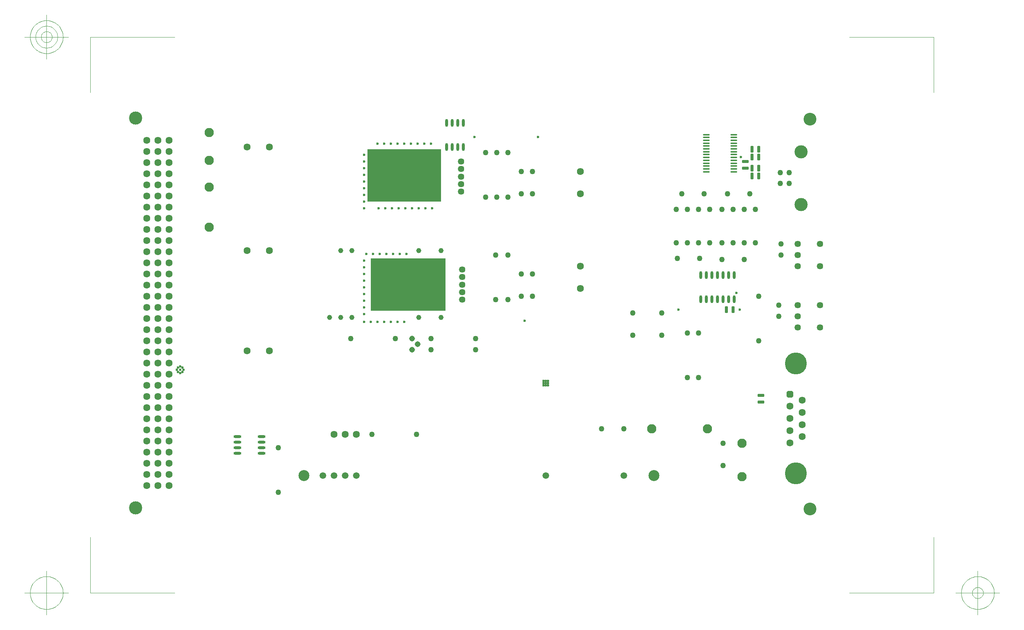
<source format=gbr>
G04 Generated by Ultiboard *
%FSLAX25Y25*%
%MOIN*%

%ADD10C,0.00004*%
%ADD11C,0.00394*%
%ADD12C,0.02362*%
%ADD13C,0.06334*%
%ADD14C,0.11834*%
%ADD15C,0.08334*%
%ADD16C,0.05000*%
%ADD17C,0.05906*%
%ADD18C,0.09843*%
%ADD19C,0.05166*%
%ADD20C,0.12030*%
%ADD21C,0.05731*%
%ADD22C,0.04550*%
%ADD23O,0.07000X0.02400*%
%ADD24O,0.02400X0.07000*%
%ADD25R,0.02667X0.02667*%
%ADD26C,0.03333*%
%ADD27C,0.19666*%
%ADD28C,0.11500*%
%ADD29R,0.04168X0.01084*%
%ADD30C,0.01666*%
%ADD31R,0.01084X0.04168*%
%ADD32C,0.04943*%
%ADD33C,0.11811*%
%ADD34O,0.05834X0.01500*%


%LNSolder Mask Top*%
%LPD*%
%FSLAX25Y25*%
%MOIN*%
G54D10*
G36*
X219000Y297000D02*
X219000Y344000D01*
X285000Y344000D01*
X285000Y297000D01*
X219000Y297000D01*
G37*
G36*
X222000Y199000D02*
X222000Y246000D01*
X289000Y246000D01*
X289000Y199000D01*
X222000Y199000D01*
G37*
G54D11*
X-29400Y-54400D02*
X-29400Y-4487D01*
X-29400Y-54400D02*
X46263Y-54400D01*
X727233Y-54400D02*
X651570Y-54400D01*
X727233Y-54400D02*
X727233Y-4487D01*
X727233Y444733D02*
X727233Y394820D01*
X727233Y444733D02*
X651570Y444733D01*
X-29400Y444733D02*
X46263Y444733D01*
X-29400Y444733D02*
X-29400Y394820D01*
X-49085Y-54400D02*
X-88455Y-54400D01*
X-68770Y-74085D02*
X-68770Y-34715D01*
X-54006Y-54400D02*
X-54077Y-52953D01*
X-54077Y-52953D02*
X-54290Y-51520D01*
X-54290Y-51520D02*
X-54642Y-50114D01*
X-54642Y-50114D02*
X-55130Y-48750D01*
X-55130Y-48750D02*
X-55750Y-47440D01*
X-55750Y-47440D02*
X-56494Y-46198D01*
X-56494Y-46198D02*
X-57358Y-45034D01*
X-57358Y-45034D02*
X-58331Y-43960D01*
X-58331Y-43960D02*
X-59404Y-42987D01*
X-59404Y-42987D02*
X-60568Y-42124D01*
X-60568Y-42124D02*
X-61810Y-41380D01*
X-61810Y-41380D02*
X-63120Y-40760D01*
X-63120Y-40760D02*
X-64484Y-40272D01*
X-64484Y-40272D02*
X-65890Y-39920D01*
X-65890Y-39920D02*
X-67323Y-39707D01*
X-67323Y-39707D02*
X-68770Y-39636D01*
X-68770Y-39636D02*
X-70217Y-39707D01*
X-70217Y-39707D02*
X-71650Y-39920D01*
X-71650Y-39920D02*
X-73056Y-40272D01*
X-73056Y-40272D02*
X-74420Y-40760D01*
X-74420Y-40760D02*
X-75730Y-41380D01*
X-75730Y-41380D02*
X-76972Y-42124D01*
X-76972Y-42124D02*
X-78136Y-42987D01*
X-78136Y-42987D02*
X-79210Y-43960D01*
X-79210Y-43960D02*
X-80183Y-45034D01*
X-80183Y-45034D02*
X-81046Y-46198D01*
X-81046Y-46198D02*
X-81791Y-47440D01*
X-81791Y-47440D02*
X-82410Y-48750D01*
X-82410Y-48750D02*
X-82898Y-50114D01*
X-82898Y-50114D02*
X-83250Y-51520D01*
X-83250Y-51520D02*
X-83463Y-52953D01*
X-83463Y-52953D02*
X-83534Y-54400D01*
X-83534Y-54400D02*
X-83463Y-55847D01*
X-83463Y-55847D02*
X-83250Y-57280D01*
X-83250Y-57280D02*
X-82898Y-58686D01*
X-82898Y-58686D02*
X-82410Y-60050D01*
X-82410Y-60050D02*
X-81791Y-61360D01*
X-81791Y-61360D02*
X-81046Y-62602D01*
X-81046Y-62602D02*
X-80183Y-63766D01*
X-80183Y-63766D02*
X-79210Y-64840D01*
X-79210Y-64840D02*
X-78136Y-65813D01*
X-78136Y-65813D02*
X-76972Y-66676D01*
X-76972Y-66676D02*
X-75730Y-67420D01*
X-75730Y-67420D02*
X-74420Y-68040D01*
X-74420Y-68040D02*
X-73056Y-68528D01*
X-73056Y-68528D02*
X-71650Y-68880D01*
X-71650Y-68880D02*
X-70217Y-69093D01*
X-70217Y-69093D02*
X-68770Y-69164D01*
X-68770Y-69164D02*
X-67323Y-69093D01*
X-67323Y-69093D02*
X-65890Y-68880D01*
X-65890Y-68880D02*
X-64484Y-68528D01*
X-64484Y-68528D02*
X-63120Y-68040D01*
X-63120Y-68040D02*
X-61810Y-67420D01*
X-61810Y-67420D02*
X-60568Y-66676D01*
X-60568Y-66676D02*
X-59404Y-65813D01*
X-59404Y-65813D02*
X-58331Y-64840D01*
X-58331Y-64840D02*
X-57358Y-63766D01*
X-57358Y-63766D02*
X-56494Y-62602D01*
X-56494Y-62602D02*
X-55750Y-61360D01*
X-55750Y-61360D02*
X-55130Y-60050D01*
X-55130Y-60050D02*
X-54642Y-58686D01*
X-54642Y-58686D02*
X-54290Y-57280D01*
X-54290Y-57280D02*
X-54077Y-55847D01*
X-54077Y-55847D02*
X-54006Y-54400D01*
X746918Y-54400D02*
X786288Y-54400D01*
X766603Y-74085D02*
X766603Y-34715D01*
X781367Y-54400D02*
X781296Y-52953D01*
X781296Y-52953D02*
X781084Y-51520D01*
X781084Y-51520D02*
X780731Y-50114D01*
X780731Y-50114D02*
X780243Y-48750D01*
X780243Y-48750D02*
X779624Y-47440D01*
X779624Y-47440D02*
X778879Y-46198D01*
X778879Y-46198D02*
X778016Y-45034D01*
X778016Y-45034D02*
X777043Y-43960D01*
X777043Y-43960D02*
X775969Y-42987D01*
X775969Y-42987D02*
X774806Y-42124D01*
X774806Y-42124D02*
X773563Y-41380D01*
X773563Y-41380D02*
X772253Y-40760D01*
X772253Y-40760D02*
X770889Y-40272D01*
X770889Y-40272D02*
X769484Y-39920D01*
X769484Y-39920D02*
X768051Y-39707D01*
X768051Y-39707D02*
X766603Y-39636D01*
X766603Y-39636D02*
X765156Y-39707D01*
X765156Y-39707D02*
X763723Y-39920D01*
X763723Y-39920D02*
X762318Y-40272D01*
X762318Y-40272D02*
X760954Y-40760D01*
X760954Y-40760D02*
X759644Y-41380D01*
X759644Y-41380D02*
X758401Y-42124D01*
X758401Y-42124D02*
X757237Y-42987D01*
X757237Y-42987D02*
X756164Y-43960D01*
X756164Y-43960D02*
X755191Y-45034D01*
X755191Y-45034D02*
X754328Y-46198D01*
X754328Y-46198D02*
X753583Y-47440D01*
X753583Y-47440D02*
X752963Y-48750D01*
X752963Y-48750D02*
X752475Y-50114D01*
X752475Y-50114D02*
X752123Y-51520D01*
X752123Y-51520D02*
X751911Y-52953D01*
X751911Y-52953D02*
X751840Y-54400D01*
X751840Y-54400D02*
X751911Y-55847D01*
X751911Y-55847D02*
X752123Y-57280D01*
X752123Y-57280D02*
X752475Y-58686D01*
X752475Y-58686D02*
X752963Y-60050D01*
X752963Y-60050D02*
X753583Y-61360D01*
X753583Y-61360D02*
X754328Y-62602D01*
X754328Y-62602D02*
X755191Y-63766D01*
X755191Y-63766D02*
X756164Y-64840D01*
X756164Y-64840D02*
X757237Y-65813D01*
X757237Y-65813D02*
X758401Y-66676D01*
X758401Y-66676D02*
X759644Y-67420D01*
X759644Y-67420D02*
X760954Y-68040D01*
X760954Y-68040D02*
X762318Y-68528D01*
X762318Y-68528D02*
X763723Y-68880D01*
X763723Y-68880D02*
X765156Y-69093D01*
X765156Y-69093D02*
X766603Y-69164D01*
X766603Y-69164D02*
X768051Y-69093D01*
X768051Y-69093D02*
X769484Y-68880D01*
X769484Y-68880D02*
X770889Y-68528D01*
X770889Y-68528D02*
X772253Y-68040D01*
X772253Y-68040D02*
X773563Y-67420D01*
X773563Y-67420D02*
X774806Y-66676D01*
X774806Y-66676D02*
X775969Y-65813D01*
X775969Y-65813D02*
X777043Y-64840D01*
X777043Y-64840D02*
X778016Y-63766D01*
X778016Y-63766D02*
X778879Y-62602D01*
X778879Y-62602D02*
X779624Y-61360D01*
X779624Y-61360D02*
X780243Y-60050D01*
X780243Y-60050D02*
X780731Y-58686D01*
X780731Y-58686D02*
X781084Y-57280D01*
X781084Y-57280D02*
X781296Y-55847D01*
X781296Y-55847D02*
X781367Y-54400D01*
X771525Y-54400D02*
X771501Y-53918D01*
X771501Y-53918D02*
X771430Y-53440D01*
X771430Y-53440D02*
X771313Y-52971D01*
X771313Y-52971D02*
X771150Y-52517D01*
X771150Y-52517D02*
X770944Y-52080D01*
X770944Y-52080D02*
X770695Y-51666D01*
X770695Y-51666D02*
X770408Y-51278D01*
X770408Y-51278D02*
X770083Y-50920D01*
X770083Y-50920D02*
X769725Y-50596D01*
X769725Y-50596D02*
X769338Y-50308D01*
X769338Y-50308D02*
X768923Y-50060D01*
X768923Y-50060D02*
X768487Y-49853D01*
X768487Y-49853D02*
X768032Y-49691D01*
X768032Y-49691D02*
X767564Y-49573D01*
X767564Y-49573D02*
X767086Y-49502D01*
X767086Y-49502D02*
X766603Y-49479D01*
X766603Y-49479D02*
X766121Y-49502D01*
X766121Y-49502D02*
X765643Y-49573D01*
X765643Y-49573D02*
X765175Y-49691D01*
X765175Y-49691D02*
X764720Y-49853D01*
X764720Y-49853D02*
X764284Y-50060D01*
X764284Y-50060D02*
X763869Y-50308D01*
X763869Y-50308D02*
X763481Y-50596D01*
X763481Y-50596D02*
X763124Y-50920D01*
X763124Y-50920D02*
X762799Y-51278D01*
X762799Y-51278D02*
X762512Y-51666D01*
X762512Y-51666D02*
X762263Y-52080D01*
X762263Y-52080D02*
X762057Y-52517D01*
X762057Y-52517D02*
X761894Y-52971D01*
X761894Y-52971D02*
X761777Y-53440D01*
X761777Y-53440D02*
X761706Y-53918D01*
X761706Y-53918D02*
X761682Y-54400D01*
X761682Y-54400D02*
X761706Y-54882D01*
X761706Y-54882D02*
X761777Y-55360D01*
X761777Y-55360D02*
X761894Y-55829D01*
X761894Y-55829D02*
X762057Y-56283D01*
X762057Y-56283D02*
X762263Y-56720D01*
X762263Y-56720D02*
X762512Y-57134D01*
X762512Y-57134D02*
X762799Y-57522D01*
X762799Y-57522D02*
X763124Y-57880D01*
X763124Y-57880D02*
X763481Y-58204D01*
X763481Y-58204D02*
X763869Y-58492D01*
X763869Y-58492D02*
X764284Y-58740D01*
X764284Y-58740D02*
X764720Y-58947D01*
X764720Y-58947D02*
X765175Y-59109D01*
X765175Y-59109D02*
X765643Y-59227D01*
X765643Y-59227D02*
X766121Y-59298D01*
X766121Y-59298D02*
X766603Y-59321D01*
X766603Y-59321D02*
X767086Y-59298D01*
X767086Y-59298D02*
X767564Y-59227D01*
X767564Y-59227D02*
X768032Y-59109D01*
X768032Y-59109D02*
X768487Y-58947D01*
X768487Y-58947D02*
X768923Y-58740D01*
X768923Y-58740D02*
X769338Y-58492D01*
X769338Y-58492D02*
X769725Y-58204D01*
X769725Y-58204D02*
X770083Y-57880D01*
X770083Y-57880D02*
X770408Y-57522D01*
X770408Y-57522D02*
X770695Y-57134D01*
X770695Y-57134D02*
X770944Y-56720D01*
X770944Y-56720D02*
X771150Y-56283D01*
X771150Y-56283D02*
X771313Y-55829D01*
X771313Y-55829D02*
X771430Y-55360D01*
X771430Y-55360D02*
X771501Y-54882D01*
X771501Y-54882D02*
X771525Y-54400D01*
X-49085Y444733D02*
X-88455Y444733D01*
X-68770Y425048D02*
X-68770Y464418D01*
X-54006Y444733D02*
X-54077Y446180D01*
X-54077Y446180D02*
X-54290Y447614D01*
X-54290Y447614D02*
X-54642Y449019D01*
X-54642Y449019D02*
X-55130Y450383D01*
X-55130Y450383D02*
X-55750Y451693D01*
X-55750Y451693D02*
X-56494Y452936D01*
X-56494Y452936D02*
X-57358Y454099D01*
X-57358Y454099D02*
X-58331Y455173D01*
X-58331Y455173D02*
X-59404Y456146D01*
X-59404Y456146D02*
X-60568Y457009D01*
X-60568Y457009D02*
X-61810Y457754D01*
X-61810Y457754D02*
X-63120Y458373D01*
X-63120Y458373D02*
X-64484Y458861D01*
X-64484Y458861D02*
X-65890Y459213D01*
X-65890Y459213D02*
X-67323Y459426D01*
X-67323Y459426D02*
X-68770Y459497D01*
X-68770Y459497D02*
X-70217Y459426D01*
X-70217Y459426D02*
X-71650Y459213D01*
X-71650Y459213D02*
X-73056Y458861D01*
X-73056Y458861D02*
X-74420Y458373D01*
X-74420Y458373D02*
X-75730Y457754D01*
X-75730Y457754D02*
X-76972Y457009D01*
X-76972Y457009D02*
X-78136Y456146D01*
X-78136Y456146D02*
X-79210Y455173D01*
X-79210Y455173D02*
X-80183Y454099D01*
X-80183Y454099D02*
X-81046Y452936D01*
X-81046Y452936D02*
X-81791Y451693D01*
X-81791Y451693D02*
X-82410Y450383D01*
X-82410Y450383D02*
X-82898Y449019D01*
X-82898Y449019D02*
X-83250Y447614D01*
X-83250Y447614D02*
X-83463Y446180D01*
X-83463Y446180D02*
X-83534Y444733D01*
X-83534Y444733D02*
X-83463Y443286D01*
X-83463Y443286D02*
X-83250Y441853D01*
X-83250Y441853D02*
X-82898Y440448D01*
X-82898Y440448D02*
X-82410Y439083D01*
X-82410Y439083D02*
X-81791Y437774D01*
X-81791Y437774D02*
X-81046Y436531D01*
X-81046Y436531D02*
X-80183Y435367D01*
X-80183Y435367D02*
X-79210Y434294D01*
X-79210Y434294D02*
X-78136Y433321D01*
X-78136Y433321D02*
X-76972Y432458D01*
X-76972Y432458D02*
X-75730Y431713D01*
X-75730Y431713D02*
X-74420Y431093D01*
X-74420Y431093D02*
X-73056Y430605D01*
X-73056Y430605D02*
X-71650Y430253D01*
X-71650Y430253D02*
X-70217Y430041D01*
X-70217Y430041D02*
X-68770Y429970D01*
X-68770Y429970D02*
X-67323Y430041D01*
X-67323Y430041D02*
X-65890Y430253D01*
X-65890Y430253D02*
X-64484Y430605D01*
X-64484Y430605D02*
X-63120Y431093D01*
X-63120Y431093D02*
X-61810Y431713D01*
X-61810Y431713D02*
X-60568Y432458D01*
X-60568Y432458D02*
X-59404Y433321D01*
X-59404Y433321D02*
X-58331Y434294D01*
X-58331Y434294D02*
X-57358Y435367D01*
X-57358Y435367D02*
X-56494Y436531D01*
X-56494Y436531D02*
X-55750Y437774D01*
X-55750Y437774D02*
X-55130Y439083D01*
X-55130Y439083D02*
X-54642Y440448D01*
X-54642Y440448D02*
X-54290Y441853D01*
X-54290Y441853D02*
X-54077Y443286D01*
X-54077Y443286D02*
X-54006Y444733D01*
X-58928Y444733D02*
X-58975Y445698D01*
X-58975Y445698D02*
X-59117Y446654D01*
X-59117Y446654D02*
X-59351Y447590D01*
X-59351Y447590D02*
X-59677Y448500D01*
X-59677Y448500D02*
X-60090Y449373D01*
X-60090Y449373D02*
X-60586Y450202D01*
X-60586Y450202D02*
X-61162Y450977D01*
X-61162Y450977D02*
X-61810Y451693D01*
X-61810Y451693D02*
X-62526Y452342D01*
X-62526Y452342D02*
X-63302Y452917D01*
X-63302Y452917D02*
X-64130Y453414D01*
X-64130Y453414D02*
X-65004Y453827D01*
X-65004Y453827D02*
X-65913Y454152D01*
X-65913Y454152D02*
X-66850Y454387D01*
X-66850Y454387D02*
X-67805Y454528D01*
X-67805Y454528D02*
X-68770Y454576D01*
X-68770Y454576D02*
X-69735Y454528D01*
X-69735Y454528D02*
X-70690Y454387D01*
X-70690Y454387D02*
X-71627Y454152D01*
X-71627Y454152D02*
X-72537Y453827D01*
X-72537Y453827D02*
X-73410Y453414D01*
X-73410Y453414D02*
X-74238Y452917D01*
X-74238Y452917D02*
X-75014Y452342D01*
X-75014Y452342D02*
X-75730Y451693D01*
X-75730Y451693D02*
X-76378Y450977D01*
X-76378Y450977D02*
X-76954Y450202D01*
X-76954Y450202D02*
X-77450Y449373D01*
X-77450Y449373D02*
X-77863Y448500D01*
X-77863Y448500D02*
X-78189Y447590D01*
X-78189Y447590D02*
X-78423Y446654D01*
X-78423Y446654D02*
X-78565Y445698D01*
X-78565Y445698D02*
X-78613Y444733D01*
X-78613Y444733D02*
X-78565Y443769D01*
X-78565Y443769D02*
X-78423Y442813D01*
X-78423Y442813D02*
X-78189Y441876D01*
X-78189Y441876D02*
X-77863Y440967D01*
X-77863Y440967D02*
X-77450Y440094D01*
X-77450Y440094D02*
X-76954Y439265D01*
X-76954Y439265D02*
X-76378Y438489D01*
X-76378Y438489D02*
X-75730Y437774D01*
X-75730Y437774D02*
X-75014Y437125D01*
X-75014Y437125D02*
X-74238Y436550D01*
X-74238Y436550D02*
X-73410Y436053D01*
X-73410Y436053D02*
X-72537Y435640D01*
X-72537Y435640D02*
X-71627Y435315D01*
X-71627Y435315D02*
X-70690Y435080D01*
X-70690Y435080D02*
X-69735Y434938D01*
X-69735Y434938D02*
X-68770Y434891D01*
X-68770Y434891D02*
X-67805Y434938D01*
X-67805Y434938D02*
X-66850Y435080D01*
X-66850Y435080D02*
X-65913Y435315D01*
X-65913Y435315D02*
X-65004Y435640D01*
X-65004Y435640D02*
X-64130Y436053D01*
X-64130Y436053D02*
X-63302Y436550D01*
X-63302Y436550D02*
X-62526Y437125D01*
X-62526Y437125D02*
X-61810Y437774D01*
X-61810Y437774D02*
X-61162Y438489D01*
X-61162Y438489D02*
X-60586Y439265D01*
X-60586Y439265D02*
X-60090Y440094D01*
X-60090Y440094D02*
X-59677Y440967D01*
X-59677Y440967D02*
X-59351Y441876D01*
X-59351Y441876D02*
X-59117Y442813D01*
X-59117Y442813D02*
X-58975Y443769D01*
X-58975Y443769D02*
X-58928Y444733D01*
X-63849Y444733D02*
X-63873Y445216D01*
X-63873Y445216D02*
X-63943Y445693D01*
X-63943Y445693D02*
X-64061Y446162D01*
X-64061Y446162D02*
X-64223Y446617D01*
X-64223Y446617D02*
X-64430Y447053D01*
X-64430Y447053D02*
X-64678Y447467D01*
X-64678Y447467D02*
X-64966Y447855D01*
X-64966Y447855D02*
X-65290Y448213D01*
X-65290Y448213D02*
X-65648Y448538D01*
X-65648Y448538D02*
X-66036Y448825D01*
X-66036Y448825D02*
X-66450Y449073D01*
X-66450Y449073D02*
X-66887Y449280D01*
X-66887Y449280D02*
X-67342Y449443D01*
X-67342Y449443D02*
X-67810Y449560D01*
X-67810Y449560D02*
X-68288Y449631D01*
X-68288Y449631D02*
X-68770Y449655D01*
X-68770Y449655D02*
X-69252Y449631D01*
X-69252Y449631D02*
X-69730Y449560D01*
X-69730Y449560D02*
X-70199Y449443D01*
X-70199Y449443D02*
X-70653Y449280D01*
X-70653Y449280D02*
X-71090Y449073D01*
X-71090Y449073D02*
X-71504Y448825D01*
X-71504Y448825D02*
X-71892Y448538D01*
X-71892Y448538D02*
X-72250Y448213D01*
X-72250Y448213D02*
X-72574Y447855D01*
X-72574Y447855D02*
X-72862Y447467D01*
X-72862Y447467D02*
X-73110Y447053D01*
X-73110Y447053D02*
X-73317Y446617D01*
X-73317Y446617D02*
X-73479Y446162D01*
X-73479Y446162D02*
X-73597Y445693D01*
X-73597Y445693D02*
X-73668Y445216D01*
X-73668Y445216D02*
X-73691Y444733D01*
X-73691Y444733D02*
X-73668Y444251D01*
X-73668Y444251D02*
X-73597Y443773D01*
X-73597Y443773D02*
X-73479Y443305D01*
X-73479Y443305D02*
X-73317Y442850D01*
X-73317Y442850D02*
X-73110Y442413D01*
X-73110Y442413D02*
X-72862Y441999D01*
X-72862Y441999D02*
X-72574Y441611D01*
X-72574Y441611D02*
X-72250Y441253D01*
X-72250Y441253D02*
X-71892Y440929D01*
X-71892Y440929D02*
X-71504Y440641D01*
X-71504Y440641D02*
X-71090Y440393D01*
X-71090Y440393D02*
X-70653Y440187D01*
X-70653Y440187D02*
X-70199Y440024D01*
X-70199Y440024D02*
X-69730Y439907D01*
X-69730Y439907D02*
X-69252Y439836D01*
X-69252Y439836D02*
X-68770Y439812D01*
X-68770Y439812D02*
X-68288Y439836D01*
X-68288Y439836D02*
X-67810Y439907D01*
X-67810Y439907D02*
X-67342Y440024D01*
X-67342Y440024D02*
X-66887Y440187D01*
X-66887Y440187D02*
X-66450Y440393D01*
X-66450Y440393D02*
X-66036Y440641D01*
X-66036Y440641D02*
X-65648Y440929D01*
X-65648Y440929D02*
X-65290Y441253D01*
X-65290Y441253D02*
X-64966Y441611D01*
X-64966Y441611D02*
X-64678Y441999D01*
X-64678Y441999D02*
X-64430Y442413D01*
X-64430Y442413D02*
X-64223Y442850D01*
X-64223Y442850D02*
X-64061Y443305D01*
X-64061Y443305D02*
X-63943Y443773D01*
X-63943Y443773D02*
X-63873Y444251D01*
X-63873Y444251D02*
X-63849Y444733D01*
G54D12*
X253000Y291000D03*
X252000Y349000D03*
X252000Y189000D03*
X218000Y250000D03*
X248000Y250000D03*
X230000Y250000D03*
X224000Y250000D03*
X242000Y250000D03*
X236000Y250000D03*
X49000Y148000D03*
X49000Y144000D03*
X48000Y146000D03*
X51000Y143000D03*
X53000Y148000D03*
X53000Y144000D03*
X51000Y146000D03*
X51000Y149000D03*
X54000Y146000D03*
X216000Y189000D03*
X246000Y189000D03*
X240000Y189000D03*
X234000Y189000D03*
X228000Y189000D03*
X222000Y189000D03*
X216000Y220000D03*
X216000Y202000D03*
X216000Y196000D03*
X216000Y214000D03*
X216000Y208000D03*
X216000Y238000D03*
X216000Y232000D03*
X216000Y226000D03*
X216000Y244000D03*
X216000Y315000D03*
X216000Y297000D03*
X216000Y291000D03*
X216000Y303000D03*
X216000Y309000D03*
X235000Y291000D03*
X229000Y291000D03*
X247000Y291000D03*
X241000Y291000D03*
X216000Y321000D03*
X216000Y327000D03*
X216000Y333000D03*
X216000Y339000D03*
X234000Y349000D03*
X228000Y349000D03*
X240000Y349000D03*
X246000Y349000D03*
X254000Y250000D03*
X379000Y134000D03*
X377000Y134000D03*
X379000Y132000D03*
X379000Y136000D03*
X377000Y136000D03*
X377000Y132000D03*
X360000Y190000D03*
X381000Y134000D03*
X381000Y132000D03*
X381000Y136000D03*
X498000Y200000D03*
X315000Y355000D03*
X265000Y291000D03*
X259000Y291000D03*
X271000Y291000D03*
X277000Y291000D03*
X264000Y349000D03*
X258000Y349000D03*
X270000Y349000D03*
X276000Y349000D03*
X372000Y355000D03*
X550000Y215000D03*
X553000Y200000D03*
X554000Y337000D03*
G54D13*
X21000Y252000D03*
X31000Y252000D03*
X41000Y252000D03*
X41000Y122000D03*
X21000Y122000D03*
X31000Y122000D03*
X21000Y62000D03*
X31000Y62000D03*
X41000Y62000D03*
X31000Y52000D03*
X31000Y42000D03*
X21000Y42000D03*
X21000Y52000D03*
X41000Y42000D03*
X41000Y52000D03*
X31000Y102000D03*
X31000Y92000D03*
X31000Y112000D03*
X31000Y72000D03*
X31000Y82000D03*
X21000Y92000D03*
X21000Y82000D03*
X21000Y72000D03*
X21000Y112000D03*
X21000Y102000D03*
X41000Y92000D03*
X41000Y82000D03*
X41000Y72000D03*
X41000Y112000D03*
X41000Y102000D03*
X21000Y192000D03*
X31000Y192000D03*
X41000Y192000D03*
X31000Y132000D03*
X31000Y142000D03*
X31000Y162000D03*
X31000Y152000D03*
X31000Y172000D03*
X31000Y182000D03*
X21000Y142000D03*
X21000Y132000D03*
X21000Y152000D03*
X21000Y172000D03*
X21000Y162000D03*
X21000Y182000D03*
X41000Y142000D03*
X41000Y132000D03*
X41000Y152000D03*
X41000Y172000D03*
X41000Y162000D03*
X41000Y182000D03*
X31000Y232000D03*
X31000Y222000D03*
X31000Y202000D03*
X31000Y212000D03*
X31000Y242000D03*
X21000Y222000D03*
X21000Y202000D03*
X21000Y212000D03*
X21000Y232000D03*
X21000Y242000D03*
X41000Y222000D03*
X41000Y202000D03*
X41000Y212000D03*
X41000Y232000D03*
X41000Y242000D03*
X21000Y312000D03*
X41000Y312000D03*
X31000Y312000D03*
X31000Y262000D03*
X31000Y282000D03*
X31000Y272000D03*
X31000Y302000D03*
X31000Y292000D03*
X21000Y282000D03*
X21000Y262000D03*
X21000Y272000D03*
X21000Y302000D03*
X21000Y292000D03*
X41000Y282000D03*
X41000Y262000D03*
X41000Y272000D03*
X41000Y302000D03*
X41000Y292000D03*
X31000Y352000D03*
X31000Y332000D03*
X31000Y322000D03*
X31000Y342000D03*
X21000Y332000D03*
X21000Y322000D03*
X21000Y342000D03*
X21000Y352000D03*
X41000Y332000D03*
X41000Y322000D03*
X41000Y342000D03*
X41000Y352000D03*
X111000Y253000D03*
X131000Y253000D03*
X111000Y163000D03*
X131000Y163000D03*
X189000Y88000D03*
X199000Y88000D03*
X209000Y88000D03*
X111000Y346000D03*
X131000Y346000D03*
X410000Y219000D03*
X410000Y239000D03*
X410000Y304000D03*
X410000Y324000D03*
X598000Y113083D03*
X598000Y102167D03*
X598000Y80333D03*
X598000Y91250D03*
X609167Y96667D03*
X609167Y85750D03*
X609167Y107583D03*
X609167Y118500D03*
G54D14*
X11000Y22000D03*
X11000Y372000D03*
G54D15*
X474000Y93000D03*
X524000Y93000D03*
X77000Y310000D03*
X77000Y274000D03*
X77000Y334000D03*
X77000Y359000D03*
X555000Y80000D03*
X555000Y50000D03*
G54D16*
X506000Y260000D03*
X506000Y290000D03*
X496000Y260000D03*
X496000Y290000D03*
X516000Y260000D03*
X526000Y260000D03*
X516000Y290000D03*
X526000Y290000D03*
X501000Y304000D03*
X521000Y304000D03*
X497000Y246000D03*
X517000Y246000D03*
X506000Y139000D03*
X506000Y179000D03*
X223000Y88000D03*
X263000Y88000D03*
X139000Y36000D03*
X139000Y76000D03*
X204000Y174000D03*
X244000Y174000D03*
X334000Y249000D03*
X334000Y209000D03*
X345000Y249000D03*
X345000Y209000D03*
X316000Y174000D03*
X276000Y174000D03*
X316000Y164000D03*
X276000Y164000D03*
X357000Y212000D03*
X357000Y232000D03*
X367000Y212000D03*
X367000Y232000D03*
X429000Y93000D03*
X449000Y93000D03*
X457000Y177000D03*
X457000Y197000D03*
X483000Y177000D03*
X483000Y197000D03*
X367000Y304000D03*
X367000Y324000D03*
X345000Y301000D03*
X345000Y341000D03*
X335000Y301000D03*
X335000Y341000D03*
X325000Y301000D03*
X325000Y341000D03*
X357000Y304000D03*
X357000Y324000D03*
X537000Y245000D03*
X557000Y245000D03*
X590000Y249000D03*
X590000Y259000D03*
X538000Y60000D03*
X538000Y80000D03*
X570000Y172000D03*
X570000Y212000D03*
X516000Y139000D03*
X516000Y179000D03*
X588000Y204000D03*
X588000Y194000D03*
X567000Y260000D03*
X567000Y290000D03*
X537000Y260000D03*
X537000Y290000D03*
X547000Y260000D03*
X557000Y260000D03*
X547000Y290000D03*
X557000Y290000D03*
X542000Y304000D03*
X562000Y304000D03*
G54D17*
X189000Y51000D03*
X179000Y51000D03*
X199000Y51000D03*
X209000Y51000D03*
X379000Y51000D03*
X449000Y51000D03*
G54D18*
X162000Y51000D03*
X476000Y51000D03*
G54D19*
X259000Y174000D03*
X259000Y164000D03*
X264000Y169000D03*
G54D20*
X237000Y222000D03*
X236000Y319000D03*
G54D21*
X304000Y222386D03*
X304000Y215693D03*
X304000Y209000D03*
X304000Y235772D03*
X304000Y229079D03*
X303000Y312693D03*
X303000Y306000D03*
X303000Y332772D03*
X303000Y319386D03*
X303000Y326079D03*
X605000Y249000D03*
X605000Y239000D03*
X625000Y239000D03*
X605000Y259000D03*
X625000Y259000D03*
X605000Y184000D03*
X625000Y184000D03*
X605000Y204000D03*
X605000Y194000D03*
X625000Y204000D03*
G54D22*
X205000Y253000D03*
X195000Y253000D03*
X185000Y193000D03*
X205000Y193000D03*
X195000Y193000D03*
X265000Y253000D03*
X285000Y253000D03*
X285000Y193000D03*
X265000Y193000D03*
G54D23*
X124000Y71000D03*
X124000Y81000D03*
X124000Y76000D03*
X124000Y86000D03*
X102333Y76000D03*
X102333Y71000D03*
X102333Y86000D03*
X102333Y81000D03*
G54D24*
X290000Y346000D03*
X300000Y346000D03*
X295000Y346000D03*
X305000Y346000D03*
X300000Y367667D03*
X295000Y367667D03*
X290000Y367667D03*
X305000Y367667D03*
X518000Y209333D03*
X533000Y209333D03*
X528000Y209333D03*
X523000Y209333D03*
X518000Y231000D03*
X533000Y231000D03*
X528000Y231000D03*
X523000Y231000D03*
X538000Y209333D03*
X548000Y209333D03*
X543000Y209333D03*
X538000Y231000D03*
X548000Y231000D03*
X543000Y231000D03*
G54D25*
X598000Y124000D03*
G54D26*
X596667Y122667D02*
X599333Y122667D01*
X599333Y125333D01*
X596667Y125333D01*
X596667Y122667D01*D02*
G54D27*
X603583Y53000D03*
X603583Y151417D03*
G54D28*
X616000Y21000D03*
X616000Y371000D03*
G54D29*
X572000Y117000D03*
X572000Y123000D03*
X558000Y327000D03*
X558000Y333000D03*
G54D30*
X569916Y116458D02*
X574084Y116458D01*
X574084Y117542D01*
X569916Y117542D01*
X569916Y116458D01*D02*
X569916Y122458D02*
X574084Y122458D01*
X574084Y123542D01*
X569916Y123542D01*
X569916Y122458D01*D02*
X546458Y197916D02*
X547542Y197916D01*
X547542Y202084D01*
X546458Y202084D01*
X546458Y197916D01*D02*
X540458Y197916D02*
X541542Y197916D01*
X541542Y202084D01*
X540458Y202084D01*
X540458Y197916D01*D02*
X563458Y341916D02*
X564542Y341916D01*
X564542Y346084D01*
X563458Y346084D01*
X563458Y341916D01*D02*
X569458Y341916D02*
X570542Y341916D01*
X570542Y346084D01*
X569458Y346084D01*
X569458Y341916D01*D02*
X563458Y324916D02*
X564542Y324916D01*
X564542Y329084D01*
X563458Y329084D01*
X563458Y324916D01*D02*
X569458Y324916D02*
X570542Y324916D01*
X570542Y329084D01*
X569458Y329084D01*
X569458Y324916D01*D02*
X563458Y317916D02*
X564542Y317916D01*
X564542Y322084D01*
X563458Y322084D01*
X563458Y317916D01*D02*
X569458Y317916D02*
X570542Y317916D01*
X570542Y322084D01*
X569458Y322084D01*
X569458Y317916D01*D02*
X563458Y334916D02*
X564542Y334916D01*
X564542Y339084D01*
X563458Y339084D01*
X563458Y334916D01*D02*
X569458Y334916D02*
X570542Y334916D01*
X570542Y339084D01*
X569458Y339084D01*
X569458Y334916D01*D02*
X555916Y326458D02*
X560084Y326458D01*
X560084Y327542D01*
X555916Y327542D01*
X555916Y326458D01*D02*
X555916Y332458D02*
X560084Y332458D01*
X560084Y333542D01*
X555916Y333542D01*
X555916Y332458D01*D02*
G54D31*
X547000Y200000D03*
X541000Y200000D03*
X564000Y344000D03*
X570000Y344000D03*
X564000Y327000D03*
X570000Y327000D03*
X564000Y320000D03*
X570000Y320000D03*
X564000Y337000D03*
X570000Y337000D03*
G54D32*
X597370Y313079D03*
X589496Y313079D03*
X597370Y322921D03*
X589496Y322921D03*
G54D33*
X608000Y294378D03*
X608000Y341622D03*
G54D34*
X523000Y346750D03*
X523000Y331333D03*
X523000Y323667D03*
X523000Y326250D03*
X523000Y328833D03*
X523000Y333917D03*
X523000Y339083D03*
X523000Y336500D03*
X523000Y344250D03*
X523000Y341667D03*
X523000Y349333D03*
X523000Y351917D03*
X523000Y354417D03*
X523000Y357000D03*
X547833Y346750D03*
X547833Y333917D03*
X547833Y331333D03*
X547833Y323667D03*
X547833Y326250D03*
X547833Y328833D03*
X547833Y336500D03*
X547833Y339083D03*
X547833Y341667D03*
X547833Y344250D03*
X547833Y349333D03*
X547833Y351917D03*
X547833Y354417D03*
X547833Y357000D03*

M00*

</source>
